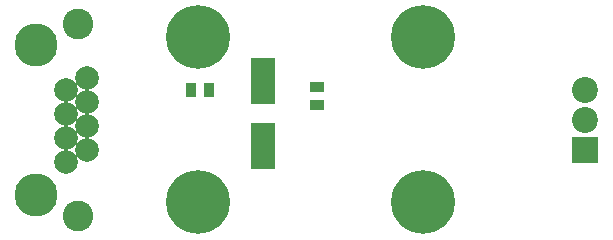
<source format=gbr>
G04 #@! TF.FileFunction,Soldermask,Top*
%FSLAX46Y46*%
G04 Gerber Fmt 4.6, Leading zero omitted, Abs format (unit mm)*
G04 Created by KiCad (PCBNEW 4.0.7) date 06/27/18 11:03:54*
%MOMM*%
%LPD*%
G01*
G04 APERTURE LIST*
%ADD10C,0.150000*%
%ADD11R,1.300000X0.900000*%
%ADD12C,2.600000*%
%ADD13C,3.650000*%
%ADD14C,2.000000*%
%ADD15R,2.200000X2.200000*%
%ADD16C,2.200000*%
%ADD17R,2.000200X3.999200*%
%ADD18R,0.900000X1.300000*%
%ADD19C,5.400000*%
G04 APERTURE END LIST*
D10*
D11*
X61468000Y-42938000D03*
X61468000Y-44438000D03*
D12*
X41272000Y-37590000D03*
X41272000Y-53850000D03*
D13*
X37712000Y-39370000D03*
X37712000Y-52070000D03*
D14*
X40252000Y-45220000D03*
X40252000Y-47250000D03*
X42032000Y-44190000D03*
X42032000Y-46220000D03*
X42032000Y-42160000D03*
X40252000Y-43190000D03*
X42032000Y-48250000D03*
X40252000Y-49280000D03*
D15*
X84201000Y-48260000D03*
D16*
X84201000Y-45720000D03*
X84201000Y-43180000D03*
D17*
X56896000Y-42461200D03*
X56896000Y-47962800D03*
D18*
X50812000Y-43180000D03*
X52312000Y-43180000D03*
D19*
X51435000Y-38735000D03*
X51435000Y-52705000D03*
X70485000Y-38735000D03*
X70485000Y-52705000D03*
M02*

</source>
